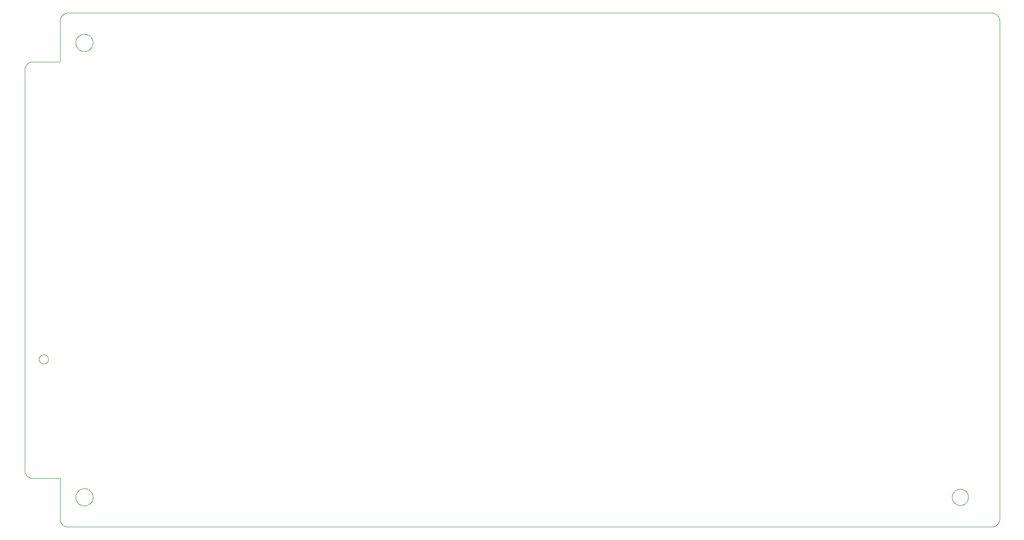
<source format=gko>
G75*
%MOIN*%
%OFA0B0*%
%FSLAX25Y25*%
%IPPOS*%
%LPD*%
%AMOC8*
5,1,8,0,0,1.08239X$1,22.5*
%
%ADD10C,0.00394*%
%ADD11C,0.00000*%
D10*
X0132089Y0075862D02*
X0803349Y0075862D01*
X0803501Y0075864D01*
X0803653Y0075870D01*
X0803805Y0075880D01*
X0803956Y0075893D01*
X0804107Y0075911D01*
X0804258Y0075932D01*
X0804408Y0075958D01*
X0804557Y0075987D01*
X0804706Y0076020D01*
X0804853Y0076057D01*
X0805000Y0076097D01*
X0805145Y0076142D01*
X0805289Y0076190D01*
X0805432Y0076242D01*
X0805574Y0076297D01*
X0805714Y0076356D01*
X0805853Y0076419D01*
X0805990Y0076485D01*
X0806125Y0076555D01*
X0806258Y0076628D01*
X0806389Y0076705D01*
X0806519Y0076785D01*
X0806646Y0076868D01*
X0806771Y0076954D01*
X0806894Y0077044D01*
X0807014Y0077137D01*
X0807132Y0077233D01*
X0807248Y0077332D01*
X0807361Y0077434D01*
X0807471Y0077538D01*
X0807579Y0077646D01*
X0807683Y0077756D01*
X0807785Y0077869D01*
X0807884Y0077985D01*
X0807980Y0078103D01*
X0808073Y0078223D01*
X0808163Y0078346D01*
X0808249Y0078471D01*
X0808332Y0078598D01*
X0808412Y0078728D01*
X0808489Y0078859D01*
X0808562Y0078992D01*
X0808632Y0079127D01*
X0808698Y0079264D01*
X0808761Y0079403D01*
X0808820Y0079543D01*
X0808875Y0079685D01*
X0808927Y0079828D01*
X0808975Y0079972D01*
X0809020Y0080117D01*
X0809060Y0080264D01*
X0809097Y0080411D01*
X0809130Y0080560D01*
X0809159Y0080709D01*
X0809185Y0080859D01*
X0809206Y0081010D01*
X0809224Y0081161D01*
X0809237Y0081312D01*
X0809247Y0081464D01*
X0809253Y0081616D01*
X0809255Y0081768D01*
X0809255Y0443972D01*
X0809253Y0444124D01*
X0809247Y0444276D01*
X0809237Y0444428D01*
X0809224Y0444579D01*
X0809206Y0444730D01*
X0809185Y0444881D01*
X0809159Y0445031D01*
X0809130Y0445180D01*
X0809097Y0445329D01*
X0809060Y0445476D01*
X0809020Y0445623D01*
X0808975Y0445768D01*
X0808927Y0445912D01*
X0808875Y0446055D01*
X0808820Y0446197D01*
X0808761Y0446337D01*
X0808698Y0446476D01*
X0808632Y0446613D01*
X0808562Y0446748D01*
X0808489Y0446881D01*
X0808412Y0447012D01*
X0808332Y0447142D01*
X0808249Y0447269D01*
X0808163Y0447394D01*
X0808073Y0447517D01*
X0807980Y0447637D01*
X0807884Y0447755D01*
X0807785Y0447871D01*
X0807683Y0447984D01*
X0807579Y0448094D01*
X0807471Y0448202D01*
X0807361Y0448306D01*
X0807248Y0448408D01*
X0807132Y0448507D01*
X0807014Y0448603D01*
X0806894Y0448696D01*
X0806771Y0448786D01*
X0806646Y0448872D01*
X0806519Y0448955D01*
X0806389Y0449035D01*
X0806258Y0449112D01*
X0806125Y0449185D01*
X0805990Y0449255D01*
X0805853Y0449321D01*
X0805714Y0449384D01*
X0805574Y0449443D01*
X0805432Y0449498D01*
X0805289Y0449550D01*
X0805145Y0449598D01*
X0805000Y0449643D01*
X0804853Y0449683D01*
X0804706Y0449720D01*
X0804557Y0449753D01*
X0804408Y0449782D01*
X0804258Y0449808D01*
X0804107Y0449829D01*
X0803956Y0449847D01*
X0803805Y0449860D01*
X0803653Y0449870D01*
X0803501Y0449876D01*
X0803349Y0449878D01*
X0132089Y0449878D01*
X0131937Y0449876D01*
X0131785Y0449870D01*
X0131633Y0449860D01*
X0131482Y0449847D01*
X0131331Y0449829D01*
X0131180Y0449808D01*
X0131030Y0449782D01*
X0130881Y0449753D01*
X0130732Y0449720D01*
X0130585Y0449683D01*
X0130438Y0449643D01*
X0130293Y0449598D01*
X0130149Y0449550D01*
X0130006Y0449498D01*
X0129864Y0449443D01*
X0129724Y0449384D01*
X0129585Y0449321D01*
X0129448Y0449255D01*
X0129313Y0449185D01*
X0129180Y0449112D01*
X0129049Y0449035D01*
X0128919Y0448955D01*
X0128792Y0448872D01*
X0128667Y0448786D01*
X0128544Y0448696D01*
X0128424Y0448603D01*
X0128306Y0448507D01*
X0128190Y0448408D01*
X0128077Y0448306D01*
X0127967Y0448202D01*
X0127859Y0448094D01*
X0127755Y0447984D01*
X0127653Y0447871D01*
X0127554Y0447755D01*
X0127458Y0447637D01*
X0127365Y0447517D01*
X0127275Y0447394D01*
X0127189Y0447269D01*
X0127106Y0447142D01*
X0127026Y0447012D01*
X0126949Y0446881D01*
X0126876Y0446748D01*
X0126806Y0446613D01*
X0126740Y0446476D01*
X0126677Y0446337D01*
X0126618Y0446197D01*
X0126563Y0446055D01*
X0126511Y0445912D01*
X0126463Y0445768D01*
X0126418Y0445623D01*
X0126378Y0445476D01*
X0126341Y0445329D01*
X0126308Y0445180D01*
X0126279Y0445031D01*
X0126253Y0444881D01*
X0126232Y0444730D01*
X0126214Y0444579D01*
X0126201Y0444428D01*
X0126191Y0444276D01*
X0126185Y0444124D01*
X0126183Y0443972D01*
X0126184Y0443972D02*
X0126184Y0414445D01*
X0106499Y0414445D01*
X0106347Y0414443D01*
X0106195Y0414437D01*
X0106043Y0414427D01*
X0105892Y0414414D01*
X0105741Y0414396D01*
X0105590Y0414375D01*
X0105440Y0414349D01*
X0105291Y0414320D01*
X0105142Y0414287D01*
X0104995Y0414250D01*
X0104848Y0414210D01*
X0104703Y0414165D01*
X0104559Y0414117D01*
X0104416Y0414065D01*
X0104274Y0414010D01*
X0104134Y0413951D01*
X0103995Y0413888D01*
X0103858Y0413822D01*
X0103723Y0413752D01*
X0103590Y0413679D01*
X0103459Y0413602D01*
X0103329Y0413522D01*
X0103202Y0413439D01*
X0103077Y0413353D01*
X0102954Y0413263D01*
X0102834Y0413170D01*
X0102716Y0413074D01*
X0102600Y0412975D01*
X0102487Y0412873D01*
X0102377Y0412769D01*
X0102269Y0412661D01*
X0102165Y0412551D01*
X0102063Y0412438D01*
X0101964Y0412322D01*
X0101868Y0412204D01*
X0101775Y0412084D01*
X0101685Y0411961D01*
X0101599Y0411836D01*
X0101516Y0411709D01*
X0101436Y0411579D01*
X0101359Y0411448D01*
X0101286Y0411315D01*
X0101216Y0411180D01*
X0101150Y0411043D01*
X0101087Y0410904D01*
X0101028Y0410764D01*
X0100973Y0410622D01*
X0100921Y0410479D01*
X0100873Y0410335D01*
X0100828Y0410190D01*
X0100788Y0410043D01*
X0100751Y0409896D01*
X0100718Y0409747D01*
X0100689Y0409598D01*
X0100663Y0409448D01*
X0100642Y0409297D01*
X0100624Y0409146D01*
X0100611Y0408995D01*
X0100601Y0408843D01*
X0100595Y0408691D01*
X0100593Y0408539D01*
X0100593Y0117201D01*
X0100595Y0117049D01*
X0100601Y0116897D01*
X0100611Y0116745D01*
X0100624Y0116594D01*
X0100642Y0116443D01*
X0100663Y0116292D01*
X0100689Y0116142D01*
X0100718Y0115993D01*
X0100751Y0115844D01*
X0100788Y0115697D01*
X0100828Y0115550D01*
X0100873Y0115405D01*
X0100921Y0115261D01*
X0100973Y0115118D01*
X0101028Y0114976D01*
X0101087Y0114836D01*
X0101150Y0114697D01*
X0101216Y0114560D01*
X0101286Y0114425D01*
X0101359Y0114292D01*
X0101436Y0114161D01*
X0101516Y0114031D01*
X0101599Y0113904D01*
X0101685Y0113779D01*
X0101775Y0113656D01*
X0101868Y0113536D01*
X0101964Y0113418D01*
X0102063Y0113302D01*
X0102165Y0113189D01*
X0102269Y0113079D01*
X0102377Y0112971D01*
X0102487Y0112867D01*
X0102600Y0112765D01*
X0102716Y0112666D01*
X0102834Y0112570D01*
X0102954Y0112477D01*
X0103077Y0112387D01*
X0103202Y0112301D01*
X0103329Y0112218D01*
X0103459Y0112138D01*
X0103590Y0112061D01*
X0103723Y0111988D01*
X0103858Y0111918D01*
X0103995Y0111852D01*
X0104134Y0111789D01*
X0104274Y0111730D01*
X0104416Y0111675D01*
X0104559Y0111623D01*
X0104703Y0111575D01*
X0104848Y0111530D01*
X0104995Y0111490D01*
X0105142Y0111453D01*
X0105291Y0111420D01*
X0105440Y0111391D01*
X0105590Y0111365D01*
X0105741Y0111344D01*
X0105892Y0111326D01*
X0106043Y0111313D01*
X0106195Y0111303D01*
X0106347Y0111297D01*
X0106499Y0111295D01*
X0126184Y0111295D01*
X0126184Y0081768D01*
X0126183Y0081768D02*
X0126185Y0081616D01*
X0126191Y0081464D01*
X0126201Y0081312D01*
X0126214Y0081161D01*
X0126232Y0081010D01*
X0126253Y0080859D01*
X0126279Y0080709D01*
X0126308Y0080560D01*
X0126341Y0080411D01*
X0126378Y0080264D01*
X0126418Y0080117D01*
X0126463Y0079972D01*
X0126511Y0079828D01*
X0126563Y0079685D01*
X0126618Y0079543D01*
X0126677Y0079403D01*
X0126740Y0079264D01*
X0126806Y0079127D01*
X0126876Y0078992D01*
X0126949Y0078859D01*
X0127026Y0078728D01*
X0127106Y0078598D01*
X0127189Y0078471D01*
X0127275Y0078346D01*
X0127365Y0078223D01*
X0127458Y0078103D01*
X0127554Y0077985D01*
X0127653Y0077869D01*
X0127755Y0077756D01*
X0127859Y0077646D01*
X0127967Y0077538D01*
X0128077Y0077434D01*
X0128190Y0077332D01*
X0128306Y0077233D01*
X0128424Y0077137D01*
X0128544Y0077044D01*
X0128667Y0076954D01*
X0128792Y0076868D01*
X0128919Y0076785D01*
X0129049Y0076705D01*
X0129180Y0076628D01*
X0129313Y0076555D01*
X0129448Y0076485D01*
X0129585Y0076419D01*
X0129724Y0076356D01*
X0129864Y0076297D01*
X0130006Y0076242D01*
X0130149Y0076190D01*
X0130293Y0076142D01*
X0130438Y0076097D01*
X0130585Y0076057D01*
X0130732Y0076020D01*
X0130881Y0075987D01*
X0131030Y0075958D01*
X0131180Y0075932D01*
X0131331Y0075911D01*
X0131482Y0075893D01*
X0131633Y0075880D01*
X0131785Y0075870D01*
X0131937Y0075864D01*
X0132089Y0075862D01*
D11*
X0137601Y0097516D02*
X0137603Y0097674D01*
X0137609Y0097832D01*
X0137619Y0097990D01*
X0137633Y0098148D01*
X0137651Y0098305D01*
X0137672Y0098462D01*
X0137698Y0098618D01*
X0137728Y0098774D01*
X0137761Y0098929D01*
X0137799Y0099082D01*
X0137840Y0099235D01*
X0137885Y0099387D01*
X0137934Y0099538D01*
X0137987Y0099687D01*
X0138043Y0099835D01*
X0138103Y0099981D01*
X0138167Y0100126D01*
X0138235Y0100269D01*
X0138306Y0100411D01*
X0138380Y0100551D01*
X0138458Y0100688D01*
X0138540Y0100824D01*
X0138624Y0100958D01*
X0138713Y0101089D01*
X0138804Y0101218D01*
X0138899Y0101345D01*
X0138996Y0101470D01*
X0139097Y0101592D01*
X0139201Y0101711D01*
X0139308Y0101828D01*
X0139418Y0101942D01*
X0139531Y0102053D01*
X0139646Y0102162D01*
X0139764Y0102267D01*
X0139885Y0102369D01*
X0140008Y0102469D01*
X0140134Y0102565D01*
X0140262Y0102658D01*
X0140392Y0102748D01*
X0140525Y0102834D01*
X0140660Y0102918D01*
X0140796Y0102997D01*
X0140935Y0103074D01*
X0141076Y0103146D01*
X0141218Y0103216D01*
X0141362Y0103281D01*
X0141508Y0103343D01*
X0141655Y0103401D01*
X0141804Y0103456D01*
X0141954Y0103507D01*
X0142105Y0103554D01*
X0142257Y0103597D01*
X0142410Y0103636D01*
X0142565Y0103672D01*
X0142720Y0103703D01*
X0142876Y0103731D01*
X0143032Y0103755D01*
X0143189Y0103775D01*
X0143347Y0103791D01*
X0143504Y0103803D01*
X0143663Y0103811D01*
X0143821Y0103815D01*
X0143979Y0103815D01*
X0144137Y0103811D01*
X0144296Y0103803D01*
X0144453Y0103791D01*
X0144611Y0103775D01*
X0144768Y0103755D01*
X0144924Y0103731D01*
X0145080Y0103703D01*
X0145235Y0103672D01*
X0145390Y0103636D01*
X0145543Y0103597D01*
X0145695Y0103554D01*
X0145846Y0103507D01*
X0145996Y0103456D01*
X0146145Y0103401D01*
X0146292Y0103343D01*
X0146438Y0103281D01*
X0146582Y0103216D01*
X0146724Y0103146D01*
X0146865Y0103074D01*
X0147004Y0102997D01*
X0147140Y0102918D01*
X0147275Y0102834D01*
X0147408Y0102748D01*
X0147538Y0102658D01*
X0147666Y0102565D01*
X0147792Y0102469D01*
X0147915Y0102369D01*
X0148036Y0102267D01*
X0148154Y0102162D01*
X0148269Y0102053D01*
X0148382Y0101942D01*
X0148492Y0101828D01*
X0148599Y0101711D01*
X0148703Y0101592D01*
X0148804Y0101470D01*
X0148901Y0101345D01*
X0148996Y0101218D01*
X0149087Y0101089D01*
X0149176Y0100958D01*
X0149260Y0100824D01*
X0149342Y0100688D01*
X0149420Y0100551D01*
X0149494Y0100411D01*
X0149565Y0100269D01*
X0149633Y0100126D01*
X0149697Y0099981D01*
X0149757Y0099835D01*
X0149813Y0099687D01*
X0149866Y0099538D01*
X0149915Y0099387D01*
X0149960Y0099235D01*
X0150001Y0099082D01*
X0150039Y0098929D01*
X0150072Y0098774D01*
X0150102Y0098618D01*
X0150128Y0098462D01*
X0150149Y0098305D01*
X0150167Y0098148D01*
X0150181Y0097990D01*
X0150191Y0097832D01*
X0150197Y0097674D01*
X0150199Y0097516D01*
X0150197Y0097358D01*
X0150191Y0097200D01*
X0150181Y0097042D01*
X0150167Y0096884D01*
X0150149Y0096727D01*
X0150128Y0096570D01*
X0150102Y0096414D01*
X0150072Y0096258D01*
X0150039Y0096103D01*
X0150001Y0095950D01*
X0149960Y0095797D01*
X0149915Y0095645D01*
X0149866Y0095494D01*
X0149813Y0095345D01*
X0149757Y0095197D01*
X0149697Y0095051D01*
X0149633Y0094906D01*
X0149565Y0094763D01*
X0149494Y0094621D01*
X0149420Y0094481D01*
X0149342Y0094344D01*
X0149260Y0094208D01*
X0149176Y0094074D01*
X0149087Y0093943D01*
X0148996Y0093814D01*
X0148901Y0093687D01*
X0148804Y0093562D01*
X0148703Y0093440D01*
X0148599Y0093321D01*
X0148492Y0093204D01*
X0148382Y0093090D01*
X0148269Y0092979D01*
X0148154Y0092870D01*
X0148036Y0092765D01*
X0147915Y0092663D01*
X0147792Y0092563D01*
X0147666Y0092467D01*
X0147538Y0092374D01*
X0147408Y0092284D01*
X0147275Y0092198D01*
X0147140Y0092114D01*
X0147004Y0092035D01*
X0146865Y0091958D01*
X0146724Y0091886D01*
X0146582Y0091816D01*
X0146438Y0091751D01*
X0146292Y0091689D01*
X0146145Y0091631D01*
X0145996Y0091576D01*
X0145846Y0091525D01*
X0145695Y0091478D01*
X0145543Y0091435D01*
X0145390Y0091396D01*
X0145235Y0091360D01*
X0145080Y0091329D01*
X0144924Y0091301D01*
X0144768Y0091277D01*
X0144611Y0091257D01*
X0144453Y0091241D01*
X0144296Y0091229D01*
X0144137Y0091221D01*
X0143979Y0091217D01*
X0143821Y0091217D01*
X0143663Y0091221D01*
X0143504Y0091229D01*
X0143347Y0091241D01*
X0143189Y0091257D01*
X0143032Y0091277D01*
X0142876Y0091301D01*
X0142720Y0091329D01*
X0142565Y0091360D01*
X0142410Y0091396D01*
X0142257Y0091435D01*
X0142105Y0091478D01*
X0141954Y0091525D01*
X0141804Y0091576D01*
X0141655Y0091631D01*
X0141508Y0091689D01*
X0141362Y0091751D01*
X0141218Y0091816D01*
X0141076Y0091886D01*
X0140935Y0091958D01*
X0140796Y0092035D01*
X0140660Y0092114D01*
X0140525Y0092198D01*
X0140392Y0092284D01*
X0140262Y0092374D01*
X0140134Y0092467D01*
X0140008Y0092563D01*
X0139885Y0092663D01*
X0139764Y0092765D01*
X0139646Y0092870D01*
X0139531Y0092979D01*
X0139418Y0093090D01*
X0139308Y0093204D01*
X0139201Y0093321D01*
X0139097Y0093440D01*
X0138996Y0093562D01*
X0138899Y0093687D01*
X0138804Y0093814D01*
X0138713Y0093943D01*
X0138624Y0094074D01*
X0138540Y0094208D01*
X0138458Y0094344D01*
X0138380Y0094481D01*
X0138306Y0094621D01*
X0138235Y0094763D01*
X0138167Y0094906D01*
X0138103Y0095051D01*
X0138043Y0095197D01*
X0137987Y0095345D01*
X0137934Y0095494D01*
X0137885Y0095645D01*
X0137840Y0095797D01*
X0137799Y0095950D01*
X0137761Y0096103D01*
X0137728Y0096258D01*
X0137698Y0096414D01*
X0137672Y0096570D01*
X0137651Y0096727D01*
X0137633Y0096884D01*
X0137619Y0097042D01*
X0137609Y0097200D01*
X0137603Y0097358D01*
X0137601Y0097516D01*
X0111027Y0197909D02*
X0111029Y0198024D01*
X0111035Y0198140D01*
X0111045Y0198255D01*
X0111059Y0198370D01*
X0111077Y0198484D01*
X0111099Y0198597D01*
X0111124Y0198710D01*
X0111154Y0198821D01*
X0111187Y0198932D01*
X0111224Y0199041D01*
X0111265Y0199149D01*
X0111310Y0199256D01*
X0111358Y0199361D01*
X0111410Y0199464D01*
X0111466Y0199565D01*
X0111525Y0199665D01*
X0111587Y0199762D01*
X0111653Y0199857D01*
X0111721Y0199950D01*
X0111793Y0200040D01*
X0111868Y0200128D01*
X0111947Y0200213D01*
X0112028Y0200295D01*
X0112111Y0200375D01*
X0112198Y0200451D01*
X0112287Y0200525D01*
X0112378Y0200595D01*
X0112472Y0200663D01*
X0112568Y0200727D01*
X0112667Y0200787D01*
X0112767Y0200844D01*
X0112869Y0200898D01*
X0112973Y0200948D01*
X0113079Y0200995D01*
X0113186Y0201038D01*
X0113295Y0201077D01*
X0113405Y0201112D01*
X0113516Y0201143D01*
X0113628Y0201171D01*
X0113741Y0201195D01*
X0113855Y0201215D01*
X0113970Y0201231D01*
X0114085Y0201243D01*
X0114200Y0201251D01*
X0114315Y0201255D01*
X0114431Y0201255D01*
X0114546Y0201251D01*
X0114661Y0201243D01*
X0114776Y0201231D01*
X0114891Y0201215D01*
X0115005Y0201195D01*
X0115118Y0201171D01*
X0115230Y0201143D01*
X0115341Y0201112D01*
X0115451Y0201077D01*
X0115560Y0201038D01*
X0115667Y0200995D01*
X0115773Y0200948D01*
X0115877Y0200898D01*
X0115979Y0200844D01*
X0116079Y0200787D01*
X0116178Y0200727D01*
X0116274Y0200663D01*
X0116368Y0200595D01*
X0116459Y0200525D01*
X0116548Y0200451D01*
X0116635Y0200375D01*
X0116718Y0200295D01*
X0116799Y0200213D01*
X0116878Y0200128D01*
X0116953Y0200040D01*
X0117025Y0199950D01*
X0117093Y0199857D01*
X0117159Y0199762D01*
X0117221Y0199665D01*
X0117280Y0199565D01*
X0117336Y0199464D01*
X0117388Y0199361D01*
X0117436Y0199256D01*
X0117481Y0199149D01*
X0117522Y0199041D01*
X0117559Y0198932D01*
X0117592Y0198821D01*
X0117622Y0198710D01*
X0117647Y0198597D01*
X0117669Y0198484D01*
X0117687Y0198370D01*
X0117701Y0198255D01*
X0117711Y0198140D01*
X0117717Y0198024D01*
X0117719Y0197909D01*
X0117717Y0197794D01*
X0117711Y0197678D01*
X0117701Y0197563D01*
X0117687Y0197448D01*
X0117669Y0197334D01*
X0117647Y0197221D01*
X0117622Y0197108D01*
X0117592Y0196997D01*
X0117559Y0196886D01*
X0117522Y0196777D01*
X0117481Y0196669D01*
X0117436Y0196562D01*
X0117388Y0196457D01*
X0117336Y0196354D01*
X0117280Y0196253D01*
X0117221Y0196153D01*
X0117159Y0196056D01*
X0117093Y0195961D01*
X0117025Y0195868D01*
X0116953Y0195778D01*
X0116878Y0195690D01*
X0116799Y0195605D01*
X0116718Y0195523D01*
X0116635Y0195443D01*
X0116548Y0195367D01*
X0116459Y0195293D01*
X0116368Y0195223D01*
X0116274Y0195155D01*
X0116178Y0195091D01*
X0116079Y0195031D01*
X0115979Y0194974D01*
X0115877Y0194920D01*
X0115773Y0194870D01*
X0115667Y0194823D01*
X0115560Y0194780D01*
X0115451Y0194741D01*
X0115341Y0194706D01*
X0115230Y0194675D01*
X0115118Y0194647D01*
X0115005Y0194623D01*
X0114891Y0194603D01*
X0114776Y0194587D01*
X0114661Y0194575D01*
X0114546Y0194567D01*
X0114431Y0194563D01*
X0114315Y0194563D01*
X0114200Y0194567D01*
X0114085Y0194575D01*
X0113970Y0194587D01*
X0113855Y0194603D01*
X0113741Y0194623D01*
X0113628Y0194647D01*
X0113516Y0194675D01*
X0113405Y0194706D01*
X0113295Y0194741D01*
X0113186Y0194780D01*
X0113079Y0194823D01*
X0112973Y0194870D01*
X0112869Y0194920D01*
X0112767Y0194974D01*
X0112667Y0195031D01*
X0112568Y0195091D01*
X0112472Y0195155D01*
X0112378Y0195223D01*
X0112287Y0195293D01*
X0112198Y0195367D01*
X0112111Y0195443D01*
X0112028Y0195523D01*
X0111947Y0195605D01*
X0111868Y0195690D01*
X0111793Y0195778D01*
X0111721Y0195868D01*
X0111653Y0195961D01*
X0111587Y0196056D01*
X0111525Y0196153D01*
X0111466Y0196253D01*
X0111410Y0196354D01*
X0111358Y0196457D01*
X0111310Y0196562D01*
X0111265Y0196669D01*
X0111224Y0196777D01*
X0111187Y0196886D01*
X0111154Y0196997D01*
X0111124Y0197108D01*
X0111099Y0197221D01*
X0111077Y0197334D01*
X0111059Y0197448D01*
X0111045Y0197563D01*
X0111035Y0197678D01*
X0111029Y0197794D01*
X0111027Y0197909D01*
X0137601Y0428224D02*
X0137603Y0428382D01*
X0137609Y0428540D01*
X0137619Y0428698D01*
X0137633Y0428856D01*
X0137651Y0429013D01*
X0137672Y0429170D01*
X0137698Y0429326D01*
X0137728Y0429482D01*
X0137761Y0429637D01*
X0137799Y0429790D01*
X0137840Y0429943D01*
X0137885Y0430095D01*
X0137934Y0430246D01*
X0137987Y0430395D01*
X0138043Y0430543D01*
X0138103Y0430689D01*
X0138167Y0430834D01*
X0138235Y0430977D01*
X0138306Y0431119D01*
X0138380Y0431259D01*
X0138458Y0431396D01*
X0138540Y0431532D01*
X0138624Y0431666D01*
X0138713Y0431797D01*
X0138804Y0431926D01*
X0138899Y0432053D01*
X0138996Y0432178D01*
X0139097Y0432300D01*
X0139201Y0432419D01*
X0139308Y0432536D01*
X0139418Y0432650D01*
X0139531Y0432761D01*
X0139646Y0432870D01*
X0139764Y0432975D01*
X0139885Y0433077D01*
X0140008Y0433177D01*
X0140134Y0433273D01*
X0140262Y0433366D01*
X0140392Y0433456D01*
X0140525Y0433542D01*
X0140660Y0433626D01*
X0140796Y0433705D01*
X0140935Y0433782D01*
X0141076Y0433854D01*
X0141218Y0433924D01*
X0141362Y0433989D01*
X0141508Y0434051D01*
X0141655Y0434109D01*
X0141804Y0434164D01*
X0141954Y0434215D01*
X0142105Y0434262D01*
X0142257Y0434305D01*
X0142410Y0434344D01*
X0142565Y0434380D01*
X0142720Y0434411D01*
X0142876Y0434439D01*
X0143032Y0434463D01*
X0143189Y0434483D01*
X0143347Y0434499D01*
X0143504Y0434511D01*
X0143663Y0434519D01*
X0143821Y0434523D01*
X0143979Y0434523D01*
X0144137Y0434519D01*
X0144296Y0434511D01*
X0144453Y0434499D01*
X0144611Y0434483D01*
X0144768Y0434463D01*
X0144924Y0434439D01*
X0145080Y0434411D01*
X0145235Y0434380D01*
X0145390Y0434344D01*
X0145543Y0434305D01*
X0145695Y0434262D01*
X0145846Y0434215D01*
X0145996Y0434164D01*
X0146145Y0434109D01*
X0146292Y0434051D01*
X0146438Y0433989D01*
X0146582Y0433924D01*
X0146724Y0433854D01*
X0146865Y0433782D01*
X0147004Y0433705D01*
X0147140Y0433626D01*
X0147275Y0433542D01*
X0147408Y0433456D01*
X0147538Y0433366D01*
X0147666Y0433273D01*
X0147792Y0433177D01*
X0147915Y0433077D01*
X0148036Y0432975D01*
X0148154Y0432870D01*
X0148269Y0432761D01*
X0148382Y0432650D01*
X0148492Y0432536D01*
X0148599Y0432419D01*
X0148703Y0432300D01*
X0148804Y0432178D01*
X0148901Y0432053D01*
X0148996Y0431926D01*
X0149087Y0431797D01*
X0149176Y0431666D01*
X0149260Y0431532D01*
X0149342Y0431396D01*
X0149420Y0431259D01*
X0149494Y0431119D01*
X0149565Y0430977D01*
X0149633Y0430834D01*
X0149697Y0430689D01*
X0149757Y0430543D01*
X0149813Y0430395D01*
X0149866Y0430246D01*
X0149915Y0430095D01*
X0149960Y0429943D01*
X0150001Y0429790D01*
X0150039Y0429637D01*
X0150072Y0429482D01*
X0150102Y0429326D01*
X0150128Y0429170D01*
X0150149Y0429013D01*
X0150167Y0428856D01*
X0150181Y0428698D01*
X0150191Y0428540D01*
X0150197Y0428382D01*
X0150199Y0428224D01*
X0150197Y0428066D01*
X0150191Y0427908D01*
X0150181Y0427750D01*
X0150167Y0427592D01*
X0150149Y0427435D01*
X0150128Y0427278D01*
X0150102Y0427122D01*
X0150072Y0426966D01*
X0150039Y0426811D01*
X0150001Y0426658D01*
X0149960Y0426505D01*
X0149915Y0426353D01*
X0149866Y0426202D01*
X0149813Y0426053D01*
X0149757Y0425905D01*
X0149697Y0425759D01*
X0149633Y0425614D01*
X0149565Y0425471D01*
X0149494Y0425329D01*
X0149420Y0425189D01*
X0149342Y0425052D01*
X0149260Y0424916D01*
X0149176Y0424782D01*
X0149087Y0424651D01*
X0148996Y0424522D01*
X0148901Y0424395D01*
X0148804Y0424270D01*
X0148703Y0424148D01*
X0148599Y0424029D01*
X0148492Y0423912D01*
X0148382Y0423798D01*
X0148269Y0423687D01*
X0148154Y0423578D01*
X0148036Y0423473D01*
X0147915Y0423371D01*
X0147792Y0423271D01*
X0147666Y0423175D01*
X0147538Y0423082D01*
X0147408Y0422992D01*
X0147275Y0422906D01*
X0147140Y0422822D01*
X0147004Y0422743D01*
X0146865Y0422666D01*
X0146724Y0422594D01*
X0146582Y0422524D01*
X0146438Y0422459D01*
X0146292Y0422397D01*
X0146145Y0422339D01*
X0145996Y0422284D01*
X0145846Y0422233D01*
X0145695Y0422186D01*
X0145543Y0422143D01*
X0145390Y0422104D01*
X0145235Y0422068D01*
X0145080Y0422037D01*
X0144924Y0422009D01*
X0144768Y0421985D01*
X0144611Y0421965D01*
X0144453Y0421949D01*
X0144296Y0421937D01*
X0144137Y0421929D01*
X0143979Y0421925D01*
X0143821Y0421925D01*
X0143663Y0421929D01*
X0143504Y0421937D01*
X0143347Y0421949D01*
X0143189Y0421965D01*
X0143032Y0421985D01*
X0142876Y0422009D01*
X0142720Y0422037D01*
X0142565Y0422068D01*
X0142410Y0422104D01*
X0142257Y0422143D01*
X0142105Y0422186D01*
X0141954Y0422233D01*
X0141804Y0422284D01*
X0141655Y0422339D01*
X0141508Y0422397D01*
X0141362Y0422459D01*
X0141218Y0422524D01*
X0141076Y0422594D01*
X0140935Y0422666D01*
X0140796Y0422743D01*
X0140660Y0422822D01*
X0140525Y0422906D01*
X0140392Y0422992D01*
X0140262Y0423082D01*
X0140134Y0423175D01*
X0140008Y0423271D01*
X0139885Y0423371D01*
X0139764Y0423473D01*
X0139646Y0423578D01*
X0139531Y0423687D01*
X0139418Y0423798D01*
X0139308Y0423912D01*
X0139201Y0424029D01*
X0139097Y0424148D01*
X0138996Y0424270D01*
X0138899Y0424395D01*
X0138804Y0424522D01*
X0138713Y0424651D01*
X0138624Y0424782D01*
X0138540Y0424916D01*
X0138458Y0425052D01*
X0138380Y0425189D01*
X0138306Y0425329D01*
X0138235Y0425471D01*
X0138167Y0425614D01*
X0138103Y0425759D01*
X0138043Y0425905D01*
X0137987Y0426053D01*
X0137934Y0426202D01*
X0137885Y0426353D01*
X0137840Y0426505D01*
X0137799Y0426658D01*
X0137761Y0426811D01*
X0137728Y0426966D01*
X0137698Y0427122D01*
X0137672Y0427278D01*
X0137651Y0427435D01*
X0137633Y0427592D01*
X0137619Y0427750D01*
X0137609Y0427908D01*
X0137603Y0428066D01*
X0137601Y0428224D01*
X0774656Y0097516D02*
X0774658Y0097669D01*
X0774664Y0097823D01*
X0774674Y0097976D01*
X0774688Y0098128D01*
X0774706Y0098281D01*
X0774728Y0098432D01*
X0774753Y0098583D01*
X0774783Y0098734D01*
X0774817Y0098884D01*
X0774854Y0099032D01*
X0774895Y0099180D01*
X0774940Y0099326D01*
X0774989Y0099472D01*
X0775042Y0099616D01*
X0775098Y0099758D01*
X0775158Y0099899D01*
X0775222Y0100039D01*
X0775289Y0100177D01*
X0775360Y0100313D01*
X0775435Y0100447D01*
X0775512Y0100579D01*
X0775594Y0100709D01*
X0775678Y0100837D01*
X0775766Y0100963D01*
X0775857Y0101086D01*
X0775951Y0101207D01*
X0776049Y0101325D01*
X0776149Y0101441D01*
X0776253Y0101554D01*
X0776359Y0101665D01*
X0776468Y0101773D01*
X0776580Y0101878D01*
X0776694Y0101979D01*
X0776812Y0102078D01*
X0776931Y0102174D01*
X0777053Y0102267D01*
X0777178Y0102356D01*
X0777305Y0102443D01*
X0777434Y0102525D01*
X0777565Y0102605D01*
X0777698Y0102681D01*
X0777833Y0102754D01*
X0777970Y0102823D01*
X0778109Y0102888D01*
X0778249Y0102950D01*
X0778391Y0103008D01*
X0778534Y0103063D01*
X0778679Y0103114D01*
X0778825Y0103161D01*
X0778972Y0103204D01*
X0779120Y0103243D01*
X0779269Y0103279D01*
X0779419Y0103310D01*
X0779570Y0103338D01*
X0779721Y0103362D01*
X0779874Y0103382D01*
X0780026Y0103398D01*
X0780179Y0103410D01*
X0780332Y0103418D01*
X0780485Y0103422D01*
X0780639Y0103422D01*
X0780792Y0103418D01*
X0780945Y0103410D01*
X0781098Y0103398D01*
X0781250Y0103382D01*
X0781403Y0103362D01*
X0781554Y0103338D01*
X0781705Y0103310D01*
X0781855Y0103279D01*
X0782004Y0103243D01*
X0782152Y0103204D01*
X0782299Y0103161D01*
X0782445Y0103114D01*
X0782590Y0103063D01*
X0782733Y0103008D01*
X0782875Y0102950D01*
X0783015Y0102888D01*
X0783154Y0102823D01*
X0783291Y0102754D01*
X0783426Y0102681D01*
X0783559Y0102605D01*
X0783690Y0102525D01*
X0783819Y0102443D01*
X0783946Y0102356D01*
X0784071Y0102267D01*
X0784193Y0102174D01*
X0784312Y0102078D01*
X0784430Y0101979D01*
X0784544Y0101878D01*
X0784656Y0101773D01*
X0784765Y0101665D01*
X0784871Y0101554D01*
X0784975Y0101441D01*
X0785075Y0101325D01*
X0785173Y0101207D01*
X0785267Y0101086D01*
X0785358Y0100963D01*
X0785446Y0100837D01*
X0785530Y0100709D01*
X0785612Y0100579D01*
X0785689Y0100447D01*
X0785764Y0100313D01*
X0785835Y0100177D01*
X0785902Y0100039D01*
X0785966Y0099899D01*
X0786026Y0099758D01*
X0786082Y0099616D01*
X0786135Y0099472D01*
X0786184Y0099326D01*
X0786229Y0099180D01*
X0786270Y0099032D01*
X0786307Y0098884D01*
X0786341Y0098734D01*
X0786371Y0098583D01*
X0786396Y0098432D01*
X0786418Y0098281D01*
X0786436Y0098128D01*
X0786450Y0097976D01*
X0786460Y0097823D01*
X0786466Y0097669D01*
X0786468Y0097516D01*
X0786466Y0097363D01*
X0786460Y0097209D01*
X0786450Y0097056D01*
X0786436Y0096904D01*
X0786418Y0096751D01*
X0786396Y0096600D01*
X0786371Y0096449D01*
X0786341Y0096298D01*
X0786307Y0096148D01*
X0786270Y0096000D01*
X0786229Y0095852D01*
X0786184Y0095706D01*
X0786135Y0095560D01*
X0786082Y0095416D01*
X0786026Y0095274D01*
X0785966Y0095133D01*
X0785902Y0094993D01*
X0785835Y0094855D01*
X0785764Y0094719D01*
X0785689Y0094585D01*
X0785612Y0094453D01*
X0785530Y0094323D01*
X0785446Y0094195D01*
X0785358Y0094069D01*
X0785267Y0093946D01*
X0785173Y0093825D01*
X0785075Y0093707D01*
X0784975Y0093591D01*
X0784871Y0093478D01*
X0784765Y0093367D01*
X0784656Y0093259D01*
X0784544Y0093154D01*
X0784430Y0093053D01*
X0784312Y0092954D01*
X0784193Y0092858D01*
X0784071Y0092765D01*
X0783946Y0092676D01*
X0783819Y0092589D01*
X0783690Y0092507D01*
X0783559Y0092427D01*
X0783426Y0092351D01*
X0783291Y0092278D01*
X0783154Y0092209D01*
X0783015Y0092144D01*
X0782875Y0092082D01*
X0782733Y0092024D01*
X0782590Y0091969D01*
X0782445Y0091918D01*
X0782299Y0091871D01*
X0782152Y0091828D01*
X0782004Y0091789D01*
X0781855Y0091753D01*
X0781705Y0091722D01*
X0781554Y0091694D01*
X0781403Y0091670D01*
X0781250Y0091650D01*
X0781098Y0091634D01*
X0780945Y0091622D01*
X0780792Y0091614D01*
X0780639Y0091610D01*
X0780485Y0091610D01*
X0780332Y0091614D01*
X0780179Y0091622D01*
X0780026Y0091634D01*
X0779874Y0091650D01*
X0779721Y0091670D01*
X0779570Y0091694D01*
X0779419Y0091722D01*
X0779269Y0091753D01*
X0779120Y0091789D01*
X0778972Y0091828D01*
X0778825Y0091871D01*
X0778679Y0091918D01*
X0778534Y0091969D01*
X0778391Y0092024D01*
X0778249Y0092082D01*
X0778109Y0092144D01*
X0777970Y0092209D01*
X0777833Y0092278D01*
X0777698Y0092351D01*
X0777565Y0092427D01*
X0777434Y0092507D01*
X0777305Y0092589D01*
X0777178Y0092676D01*
X0777053Y0092765D01*
X0776931Y0092858D01*
X0776812Y0092954D01*
X0776694Y0093053D01*
X0776580Y0093154D01*
X0776468Y0093259D01*
X0776359Y0093367D01*
X0776253Y0093478D01*
X0776149Y0093591D01*
X0776049Y0093707D01*
X0775951Y0093825D01*
X0775857Y0093946D01*
X0775766Y0094069D01*
X0775678Y0094195D01*
X0775594Y0094323D01*
X0775512Y0094453D01*
X0775435Y0094585D01*
X0775360Y0094719D01*
X0775289Y0094855D01*
X0775222Y0094993D01*
X0775158Y0095133D01*
X0775098Y0095274D01*
X0775042Y0095416D01*
X0774989Y0095560D01*
X0774940Y0095706D01*
X0774895Y0095852D01*
X0774854Y0096000D01*
X0774817Y0096148D01*
X0774783Y0096298D01*
X0774753Y0096449D01*
X0774728Y0096600D01*
X0774706Y0096751D01*
X0774688Y0096904D01*
X0774674Y0097056D01*
X0774664Y0097209D01*
X0774658Y0097363D01*
X0774656Y0097516D01*
M02*

</source>
